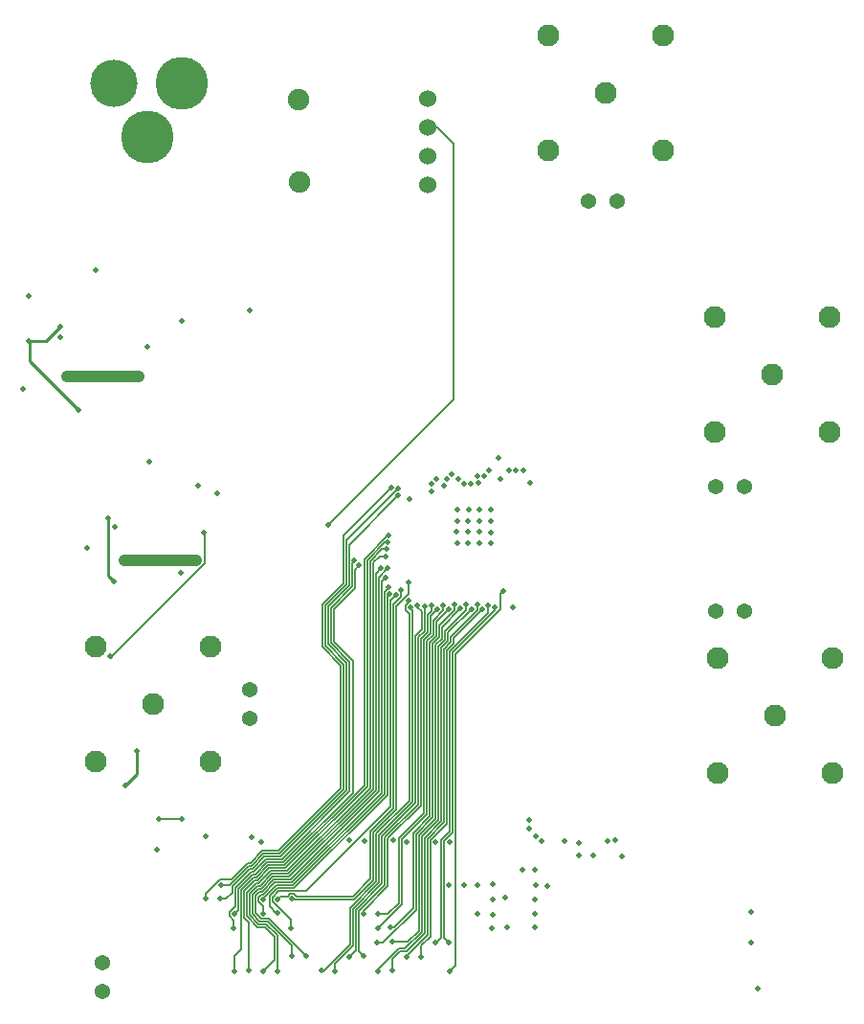
<source format=gbr>
G04 EAGLE Gerber RS-274X export*
G75*
%MOMM*%
%FSLAX34Y34*%
%LPD*%
%INCopper Layer 2*%
%IPPOS*%
%AMOC8*
5,1,8,0,0,1.08239X$1,22.5*%
G01*
%ADD10C,1.943100*%
%ADD11C,1.371600*%
%ADD12C,1.524000*%
%ADD13C,4.656100*%
%ADD14C,4.178300*%
%ADD15C,1.905000*%
%ADD16C,0.503200*%
%ADD17C,0.254000*%
%ADD18C,0.152400*%
%ADD19C,0.675000*%
%ADD20C,1.016000*%
%ADD21C,0.406400*%


D10*
X525000Y822200D03*
X575800Y873000D03*
X474200Y873000D03*
X474200Y771400D03*
X575800Y771400D03*
X672200Y572900D03*
X723000Y623700D03*
X621400Y623700D03*
X621400Y522100D03*
X723000Y522100D03*
X674900Y271200D03*
X725700Y322000D03*
X624100Y322000D03*
X624100Y220400D03*
X725700Y220400D03*
X124400Y281500D03*
X175200Y332300D03*
X73600Y332300D03*
X73600Y230700D03*
X175200Y230700D03*
D11*
X210200Y294400D03*
X210200Y269000D03*
X622400Y364100D03*
X647800Y364100D03*
X622700Y474200D03*
X648100Y474200D03*
X510300Y725900D03*
X535700Y725900D03*
D12*
X367400Y740500D03*
X367400Y765900D03*
X367400Y791300D03*
X367400Y816700D03*
D11*
X80000Y27300D03*
X80000Y52700D03*
D13*
X150000Y830000D03*
D14*
X90000Y830000D03*
D13*
X120000Y783000D03*
D15*
X253500Y815500D03*
X253900Y743200D03*
D16*
X121300Y495900D03*
X164900Y474900D03*
X181200Y467700D03*
X149100Y397800D03*
X73600Y664800D03*
X209950Y630050D03*
X149950Y619950D03*
X128300Y152800D03*
X171300Y165100D03*
X211900Y164100D03*
X458100Y477500D03*
X432500Y480300D03*
X351600Y462500D03*
X443200Y367300D03*
X393700Y453800D03*
X403800Y453900D03*
X413800Y453900D03*
X424000Y453700D03*
X393600Y443700D03*
X403600Y443700D03*
X413600Y443800D03*
X423600Y443700D03*
X393500Y433800D03*
X403600Y433700D03*
X413800Y433700D03*
X423600Y433600D03*
X393700Y423700D03*
X403700Y423700D03*
X413600Y423600D03*
X423600Y423600D03*
X15000Y642600D03*
X110000Y240000D03*
D17*
X110000Y220000D01*
X100000Y210000D01*
D16*
X100000Y210000D03*
X660000Y30000D03*
X434693Y381606D03*
D18*
X431793Y378706D01*
X431793Y365393D01*
X392400Y326000D01*
X387200Y45300D02*
X387100Y45300D01*
D16*
X387100Y45300D03*
D18*
X392400Y50500D02*
X392400Y326000D01*
X392400Y50500D02*
X387200Y45300D01*
D16*
X406613Y365887D03*
D18*
X385613Y344887D01*
X385613Y337474D01*
X379700Y331561D01*
X379700Y178284D02*
X364920Y163504D01*
X364920Y79020D01*
X348800Y62900D02*
X343200Y62900D01*
X336600Y56300D01*
X336600Y46000D01*
X336400Y46000D01*
D16*
X336400Y46000D03*
D18*
X379700Y178284D02*
X379700Y331561D01*
X364920Y79020D02*
X348800Y62900D01*
D16*
X401863Y369690D03*
D18*
X401863Y364990D01*
X383063Y346190D01*
X383063Y338616D01*
X377160Y332713D01*
X377160Y179336D02*
X362380Y164556D01*
X362380Y80072D01*
X347748Y65440D02*
X342148Y65440D01*
X323700Y46992D02*
X323700Y45800D01*
D16*
X323700Y45800D03*
D18*
X377160Y179336D02*
X377160Y332713D01*
X362380Y80072D02*
X347748Y65440D01*
X342148Y65440D02*
X323700Y46992D01*
D16*
X352200Y366818D03*
D18*
X354300Y364718D01*
X324920Y165896D02*
X324920Y124077D01*
X301326Y100483D01*
X285500Y52100D02*
X285500Y45600D01*
D16*
X285500Y45600D03*
D18*
X354300Y195276D02*
X354300Y364718D01*
X354300Y195276D02*
X324920Y165896D01*
X301326Y100483D02*
X301326Y67926D01*
X285500Y52100D01*
D16*
X350734Y372866D03*
D18*
X350734Y371112D01*
X350421Y371112D01*
X347906Y368596D01*
X347906Y365039D01*
X351760Y361185D01*
X322380Y166949D02*
X322380Y125129D01*
X298786Y101535D01*
X298786Y68978D01*
X275508Y45700D02*
X273600Y45700D01*
X273500Y45800D01*
X273500Y45900D01*
D16*
X273500Y45900D03*
D18*
X351760Y196329D02*
X351760Y361185D01*
X351760Y196329D02*
X322380Y166949D01*
X298786Y68978D02*
X275508Y45700D01*
D16*
X330264Y412436D03*
D18*
X325064Y412436D01*
X319220Y406593D01*
X319220Y206353D01*
X244341Y131474D02*
X229521Y131474D01*
X219161Y121114D02*
X216865Y121114D01*
X219161Y121114D02*
X229521Y131474D01*
X216865Y121114D02*
X209886Y114135D01*
X209886Y95230D02*
X218096Y87020D01*
X224896Y87020D01*
D16*
X234600Y45600D03*
D18*
X244341Y131474D02*
X319220Y206353D01*
X209886Y114135D02*
X209886Y95230D01*
X224896Y87020D02*
X234600Y77316D01*
X234600Y45600D01*
D16*
X331312Y418484D03*
D18*
X331258Y418430D01*
X327385Y418430D01*
X316680Y407725D01*
X316680Y207405D01*
X218109Y123654D02*
X215813Y123654D01*
X223844Y84480D02*
X232060Y76264D01*
X218109Y123654D02*
X228469Y134014D01*
X215813Y123654D02*
X207346Y115187D01*
X207346Y94178D01*
X217044Y84480D01*
X223844Y84480D01*
X232060Y55460D02*
X222300Y45700D01*
X222150Y45850D01*
D16*
X222150Y45850D03*
D18*
X243289Y134014D02*
X316680Y207405D01*
X243289Y134014D02*
X228469Y134014D01*
X232060Y76264D02*
X232060Y55460D01*
D16*
X416290Y365564D03*
D18*
X390790Y340064D01*
X390790Y335266D01*
X384780Y329256D01*
X370000Y76200D02*
X361900Y68100D01*
X361900Y57900D01*
D16*
X361900Y57900D03*
D18*
X384780Y176180D02*
X384780Y329256D01*
X384780Y176180D02*
X370000Y161400D01*
X370000Y76200D01*
D16*
X411613Y369440D03*
D18*
X411613Y364740D01*
X388213Y341340D01*
X388213Y336281D01*
X382240Y330309D01*
X382240Y177232D02*
X367460Y162452D01*
X367460Y77660D01*
D16*
X348800Y58400D03*
D18*
X382240Y177232D02*
X382240Y330309D01*
X348800Y59000D02*
X348800Y58400D01*
X348800Y59000D02*
X367460Y77660D01*
D16*
X364848Y368406D03*
D18*
X364848Y346306D01*
X359380Y340838D01*
X359380Y193172D02*
X330000Y163792D01*
X330000Y121973D01*
X306406Y98379D02*
X306406Y63421D01*
X310700Y59127D01*
X310700Y58700D01*
X310900Y58700D01*
D16*
X310900Y58700D03*
D18*
X359380Y193172D02*
X359380Y340838D01*
X330000Y121973D02*
X306406Y98379D01*
D16*
X358800Y368500D03*
D18*
X358800Y367600D01*
X362300Y364100D01*
X362300Y347500D01*
X356840Y342040D01*
X327460Y164844D02*
X327460Y123025D01*
X303866Y99431D01*
X303866Y63766D01*
D16*
X298200Y58100D03*
D18*
X356840Y194224D02*
X356840Y342040D01*
X356840Y194224D02*
X327460Y164844D01*
X303866Y63766D02*
X298200Y58100D01*
D16*
X332372Y401728D03*
D18*
X324300Y393657D01*
X324300Y374900D02*
X324340Y374860D01*
X246445Y126394D02*
X231626Y126394D01*
X221266Y116034D02*
X218969Y116034D01*
X221266Y116034D02*
X231626Y126394D01*
X218969Y116034D02*
X214966Y112031D01*
X227000Y92100D02*
X259900Y59200D01*
X227000Y92100D02*
X220200Y92100D01*
D16*
X259900Y59200D03*
D18*
X324300Y374900D02*
X324300Y393657D01*
X324340Y374860D02*
X324340Y204289D01*
X246445Y126394D01*
X214966Y112031D02*
X214966Y97334D01*
X220200Y92100D01*
D16*
X326324Y401753D03*
D18*
X326304Y401753D01*
X321760Y397209D01*
X321760Y373848D02*
X321800Y373808D01*
X245393Y128934D02*
X230573Y128934D01*
X220213Y118574D02*
X217917Y118574D01*
X220213Y118574D02*
X230573Y128934D01*
X217917Y118574D02*
X212426Y113083D01*
X212426Y96282D02*
X219148Y89560D01*
X225948Y89560D01*
X247400Y68108D02*
X247400Y58600D01*
D16*
X247400Y58600D03*
D18*
X321760Y373848D02*
X321760Y397209D01*
X321800Y373808D02*
X321800Y205341D01*
X245393Y128934D01*
X212426Y113083D02*
X212426Y96282D01*
X225948Y89560D02*
X247400Y68108D01*
D16*
X332360Y424532D03*
D18*
X329887Y424532D01*
X314140Y408785D01*
X314140Y208860D01*
X241834Y136554D01*
X227417Y136554D01*
X217057Y126194D02*
X214761Y126194D01*
X217057Y126194D02*
X227417Y136554D01*
X204806Y116239D02*
X204806Y93126D01*
X209000Y88932D02*
X209000Y46600D01*
D16*
X209000Y46600D03*
D18*
X204806Y116239D02*
X214761Y126194D01*
X204806Y93126D02*
X209000Y88932D01*
D16*
X333408Y430580D03*
D18*
X332335Y430580D01*
X311500Y409745D01*
X240782Y139094D02*
X226365Y139094D01*
X216005Y128734D02*
X213709Y128734D01*
X216005Y128734D02*
X226365Y139094D01*
X213709Y128734D02*
X202266Y117291D01*
X202266Y64966D02*
X196550Y59250D01*
X196550Y45250D01*
D16*
X196550Y45250D03*
D18*
X311500Y209812D02*
X311500Y409745D01*
X311500Y209812D02*
X240782Y139094D01*
X202266Y117291D02*
X202266Y64966D01*
D16*
X473600Y120400D03*
X463000Y121900D03*
X435900Y110600D03*
X425200Y109200D03*
X399700Y121700D03*
X386400Y121800D03*
X350650Y389350D03*
D18*
X350650Y378950D01*
X340100Y188261D02*
X319840Y168001D01*
X319840Y126181D01*
X302859Y109200D02*
X247600Y109200D01*
X247600Y109400D01*
D16*
X247600Y109400D03*
D18*
X340100Y368400D02*
X350650Y378950D01*
X340100Y368400D02*
X340100Y188261D01*
X319840Y126181D02*
X302859Y109200D01*
D16*
X344399Y382268D03*
D18*
X344399Y376291D01*
X337560Y369452D01*
X337560Y189313D02*
X317300Y169053D01*
X317300Y127233D01*
X237440Y111740D02*
X235000Y109300D01*
X249379Y113694D02*
X251333Y111740D01*
X249379Y113694D02*
X245821Y113694D01*
X243867Y111740D01*
X237440Y111740D01*
X235000Y109300D02*
X235050Y109250D01*
D16*
X235050Y109250D03*
D18*
X337560Y189313D02*
X337560Y369452D01*
X317300Y127233D02*
X301807Y111740D01*
X251333Y111740D01*
D16*
X341400Y472182D03*
D18*
X295460Y426242D01*
X295460Y387536D02*
X276780Y368856D01*
X276780Y333244D01*
X293440Y316584D01*
X236573Y149254D02*
X222156Y149254D01*
X211796Y138894D02*
X209500Y138894D01*
X211796Y138894D02*
X222156Y149254D01*
X192406Y121800D02*
X185000Y121800D01*
D16*
X185000Y121800D03*
D18*
X295460Y387536D02*
X295460Y426242D01*
X293440Y316584D02*
X293440Y206121D01*
X236573Y149254D01*
X209500Y138894D02*
X192406Y121800D01*
D16*
X386209Y365564D03*
D18*
X375109Y354464D01*
X375109Y341738D01*
X369540Y336169D01*
X369540Y182493D02*
X354760Y167713D01*
X354760Y101052D01*
X338008Y84300D02*
X334600Y84300D01*
D16*
X334600Y84300D03*
D18*
X369540Y182493D02*
X369540Y336169D01*
X354760Y101052D02*
X338008Y84300D01*
D16*
X381249Y369158D03*
D18*
X381249Y364258D01*
X372549Y355558D01*
X372549Y342970D01*
X367000Y337421D01*
X367000Y184173D02*
X344706Y161879D01*
X344706Y104906D01*
D16*
X323600Y83800D03*
D18*
X367000Y184173D02*
X367000Y337421D01*
X344706Y104906D02*
X323600Y83800D01*
D16*
X462800Y134900D03*
X451200Y135100D03*
X425300Y122200D03*
X412150Y121650D03*
X462600Y96300D03*
X462900Y109300D03*
X425300Y95800D03*
X412100Y96200D03*
X462900Y84100D03*
X437650Y84150D03*
X424700Y83300D03*
X446052Y488268D03*
X533900Y161100D03*
X439800Y488100D03*
X526600Y161000D03*
X417999Y483399D03*
X501400Y158800D03*
X411951Y483375D03*
X488900Y160500D03*
X412327Y476927D03*
X468400Y160900D03*
X406200Y476700D03*
X463100Y165100D03*
X400152Y476675D03*
X457800Y171700D03*
X394806Y480500D03*
X457500Y179200D03*
X389300Y484900D03*
X387550Y159750D03*
X384912Y480735D03*
X374500Y159800D03*
X452100Y488268D03*
X539400Y147200D03*
X430200Y498900D03*
X513800Y147600D03*
X421684Y488268D03*
X501250Y147550D03*
X382297Y474497D03*
X349000Y160100D03*
X375706Y480900D03*
X337450Y161450D03*
X371412Y476000D03*
X311750Y160650D03*
X370783Y469952D03*
X298400Y161500D03*
X220000Y160000D03*
X332806Y384748D03*
D18*
X332806Y382994D01*
X332248Y382994D01*
X329733Y380479D01*
X248549Y121314D02*
X233730Y121314D01*
X221800Y109384D02*
X221800Y109200D01*
D16*
X221800Y109200D03*
D18*
X329733Y202498D02*
X329733Y380479D01*
X329733Y202498D02*
X248549Y121314D01*
X233730Y121314D02*
X221800Y109384D01*
D16*
X330266Y393300D03*
D18*
X326900Y389934D01*
X247497Y123854D02*
X232678Y123854D01*
X222318Y113494D02*
X220021Y113494D01*
X217506Y110979D01*
X221900Y103000D02*
X221900Y96500D01*
X221900Y103000D02*
X217506Y107394D01*
D16*
X221900Y96500D03*
D18*
X326900Y203257D02*
X326900Y389934D01*
X326900Y203257D02*
X247497Y123854D01*
X232678Y123854D02*
X222318Y113494D01*
X217506Y110979D02*
X217506Y107394D01*
D16*
X341734Y466134D03*
D18*
X298234Y422634D01*
X298234Y422334D01*
X298000Y422100D02*
X298000Y386484D01*
X279320Y367804D02*
X279320Y334696D01*
X295980Y318036D01*
X237626Y146714D02*
X223209Y146714D01*
X212849Y136354D02*
X210552Y136354D01*
X212849Y136354D02*
X223209Y146714D01*
X194646Y120448D02*
X194646Y114800D01*
X189346Y109500D01*
X184000Y109500D01*
D16*
X184000Y109500D03*
D18*
X298000Y422100D02*
X298234Y422334D01*
X298000Y386484D02*
X279320Y367804D01*
X295980Y318036D02*
X295980Y205069D01*
X237626Y146714D01*
X210552Y136354D02*
X194646Y120448D01*
D16*
X335352Y473200D03*
D18*
X292920Y430768D01*
X292920Y388589D01*
X274240Y369909D02*
X274240Y332192D01*
X290900Y315532D01*
X290900Y207173D01*
X235521Y151794D02*
X221104Y151794D01*
X210744Y141434D02*
X208448Y141434D01*
X210744Y141434D02*
X221104Y151794D01*
X171000Y114200D02*
X171000Y109500D01*
D16*
X171000Y109500D03*
D18*
X274240Y369909D02*
X292920Y388589D01*
X290900Y207173D02*
X235521Y151794D01*
X208448Y141434D02*
X194014Y127000D01*
X183800Y127000D01*
X171000Y114200D01*
D16*
X376290Y365564D03*
D18*
X369990Y359264D01*
X369990Y344064D01*
X364460Y338534D01*
X364460Y300000D01*
X364460Y295500D01*
X364460Y185225D01*
X342166Y162931D01*
X332508Y96300D02*
X323600Y96300D01*
D16*
X323600Y96300D03*
D18*
X342166Y105958D02*
X342166Y162931D01*
X342166Y105958D02*
X332508Y96300D01*
D16*
X370896Y368723D03*
D18*
X370896Y363923D01*
X367396Y360423D01*
X367396Y345123D01*
X361920Y339647D01*
X332600Y162800D02*
X332600Y120900D01*
X310700Y99000D02*
X310700Y96600D01*
X310700Y99000D02*
X332600Y120900D01*
D16*
X310700Y96600D03*
D18*
X361920Y192120D02*
X361920Y339647D01*
X361920Y192120D02*
X332600Y162800D01*
D16*
X340075Y378039D03*
D18*
X335000Y372965D01*
X335000Y191000D01*
X260200Y116200D02*
X250465Y116200D01*
X250431Y116234D01*
X235834Y116234D02*
X230600Y111000D01*
X230600Y107500D01*
D16*
X246900Y83400D03*
D18*
X260200Y116200D02*
X335000Y191000D01*
X250431Y116234D02*
X235834Y116234D01*
X246900Y91200D02*
X246900Y83400D01*
X246900Y91200D02*
X230600Y107500D01*
D16*
X334027Y378700D03*
D18*
X332360Y377033D01*
X332360Y201533D01*
X249601Y118774D02*
X234782Y118774D01*
X228060Y112052D01*
X228060Y102640D02*
X234100Y96600D01*
X234300Y96600D01*
X234400Y96700D01*
D16*
X234400Y96700D03*
D18*
X249601Y118774D02*
X332360Y201533D01*
X228060Y112052D02*
X228060Y102640D01*
D16*
X307000Y404200D03*
D18*
X303200Y400400D01*
X303200Y384500D01*
X284400Y365700D01*
X284400Y337100D01*
X301360Y320140D01*
X239730Y141634D02*
X225313Y141634D01*
X214953Y131274D02*
X212656Y131274D01*
X214953Y131274D02*
X225313Y141634D01*
X212656Y131274D02*
X199726Y118344D01*
X199726Y99226D02*
X196700Y96200D01*
D16*
X196700Y96200D03*
D18*
X301360Y203264D02*
X301360Y320140D01*
X301360Y203264D02*
X239730Y141634D01*
X199726Y118344D02*
X199726Y99226D01*
D16*
X302706Y408459D03*
D18*
X300606Y406359D01*
X300606Y385498D01*
X281860Y366752D02*
X281860Y335848D01*
X238678Y144174D02*
X224261Y144174D01*
X213901Y133814D02*
X211604Y133814D01*
X213901Y133814D02*
X224261Y144174D01*
X197186Y102759D02*
X192406Y97979D01*
X192406Y94421D01*
X196086Y90741D01*
X196086Y83214D01*
X195900Y83400D01*
D16*
X195900Y83400D03*
D18*
X281860Y366752D02*
X300606Y385498D01*
X281860Y335848D02*
X298720Y318988D01*
X298720Y204216D01*
X238678Y144174D01*
X211604Y133814D02*
X197186Y119396D01*
X197186Y102759D01*
D16*
X427297Y367351D03*
D18*
X427297Y364489D01*
X389860Y327052D01*
X389860Y168133D02*
X382106Y160379D01*
X382106Y75194D01*
X386500Y70800D01*
D16*
X386500Y70800D03*
D18*
X389860Y168133D02*
X389860Y327052D01*
D16*
X421249Y369158D03*
D18*
X421249Y362033D01*
X387320Y328104D01*
X387320Y169185D02*
X379566Y161431D01*
X379566Y75366D02*
X375000Y70800D01*
X374800Y70800D01*
D16*
X374800Y70800D03*
D18*
X387320Y169185D02*
X387320Y328104D01*
X379566Y161431D02*
X379566Y75366D01*
D16*
X396822Y366178D03*
D18*
X380422Y349778D01*
X380422Y339567D01*
X374620Y333765D01*
X374620Y180389D02*
X359840Y165609D01*
X359840Y81124D01*
X350216Y71500D02*
X336100Y71500D01*
X336100Y71400D01*
D16*
X336100Y71400D03*
D18*
X374620Y180389D02*
X374620Y333765D01*
X359840Y81124D02*
X350216Y71500D01*
D16*
X391546Y369454D03*
D18*
X391546Y364654D01*
X377746Y350854D01*
X377746Y340683D01*
X372080Y335017D01*
X372080Y181441D02*
X357300Y166661D01*
X357300Y100000D02*
X328200Y70900D01*
X323100Y70900D01*
X323100Y71100D01*
D16*
X323100Y71100D03*
D18*
X372080Y181441D02*
X372080Y335017D01*
X357300Y166661D02*
X357300Y100000D01*
D16*
X654100Y71000D03*
X653650Y97650D03*
X169600Y433000D03*
D18*
X170174Y432426D01*
X170174Y405941D01*
X87317Y323083D01*
D17*
X86800Y323600D01*
D16*
X86800Y323600D03*
X42600Y605800D03*
X10000Y560000D03*
D19*
X48800Y571500D03*
D20*
X112200Y571500D01*
D21*
X112300Y571600D01*
D19*
X112300Y571600D03*
X105100Y571300D03*
X56200Y571400D03*
D18*
X376391Y791300D02*
X390898Y776793D01*
X376391Y791300D02*
X367400Y791300D01*
X390898Y776793D02*
X390898Y550898D01*
X280000Y440000D01*
D16*
X280000Y440000D03*
D19*
X106500Y409000D03*
X155800Y408900D03*
X162900Y408900D03*
X98992Y408992D03*
D20*
X162808Y408992D01*
D21*
X162900Y408900D01*
D16*
X90600Y438500D03*
X66000Y419600D03*
X150000Y180000D03*
D18*
X130000Y180000D01*
D16*
X130000Y180000D03*
X90000Y390000D03*
D17*
X84900Y395100D01*
D16*
X84900Y446000D03*
D17*
X84900Y395100D01*
D16*
X119700Y597700D03*
X42700Y615500D03*
D17*
X29500Y602300D01*
X15300Y602300D02*
X15100Y602500D01*
D16*
X15100Y602500D03*
D17*
X15300Y602300D02*
X29500Y602300D01*
D16*
X59100Y541200D03*
D17*
X15300Y585000D01*
X15300Y602300D01*
M02*

</source>
